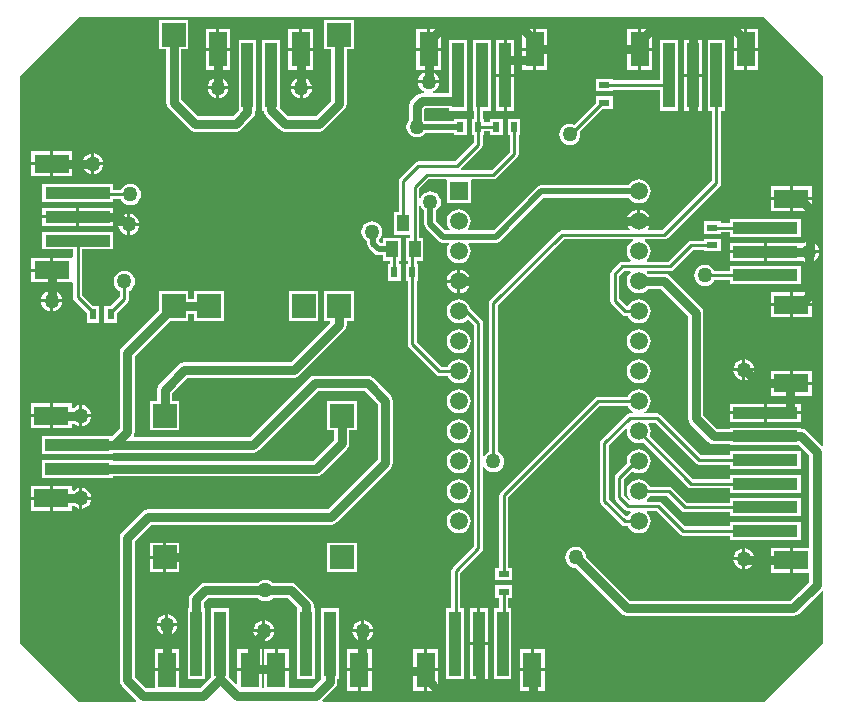
<source format=gtl>
G04*
G04 #@! TF.GenerationSoftware,Altium Limited,Altium Designer,19.0.9 (268)*
G04*
G04 Layer_Physical_Order=1*
G04 Layer_Color=255*
%FSLAX25Y25*%
%MOIN*%
G70*
G01*
G75*
%ADD13C,0.01000*%
%ADD25R,0.03937X0.05512*%
%ADD26R,0.11811X0.06299*%
%ADD27R,0.21654X0.03937*%
%ADD28R,0.06299X0.11811*%
%ADD29R,0.03937X0.21654*%
%ADD30R,0.02165X0.03543*%
%ADD31R,0.03543X0.02165*%
%ADD32C,0.02000*%
%ADD33C,0.03000*%
%ADD34C,0.05906*%
%ADD35R,0.05906X0.05906*%
%ADD36R,0.07874X0.07874*%
%ADD37C,0.05000*%
G36*
X247780Y230660D02*
Y230650D01*
X267450Y210980D01*
Y87694D01*
X266950Y87569D01*
X261906Y92613D01*
X261079Y93166D01*
X260103Y93360D01*
X259996D01*
Y93779D01*
X236343D01*
Y93360D01*
X232056D01*
X227549Y97867D01*
Y132000D01*
X227355Y132975D01*
X226802Y133802D01*
X216302Y144302D01*
X215476Y144855D01*
X214500Y145049D01*
X209026D01*
X208819Y145319D01*
X208622Y145471D01*
X208791Y145971D01*
X216500D01*
X217085Y146087D01*
X217581Y146419D01*
X224181Y153018D01*
X227728D01*
Y152465D01*
X233272D01*
Y156630D01*
X227728D01*
Y156077D01*
X223547D01*
X222962Y155960D01*
X222466Y155629D01*
X215866Y149029D01*
X208791D01*
X208622Y149529D01*
X208819Y149681D01*
X209453Y150507D01*
X209851Y151468D01*
X209987Y152500D01*
X209851Y153532D01*
X209453Y154493D01*
X208819Y155319D01*
X207993Y155953D01*
X207950Y155971D01*
X208050Y156471D01*
X214500D01*
X215085Y156587D01*
X215581Y156919D01*
X232956Y174293D01*
X233287Y174789D01*
X233403Y175374D01*
Y199343D01*
X234842D01*
Y222996D01*
X228906D01*
Y199343D01*
X230345D01*
Y176007D01*
X213866Y159529D01*
X209333D01*
X209087Y160029D01*
X209453Y160507D01*
X209851Y161468D01*
X209921Y162000D01*
X206000D01*
X202079D01*
X202149Y161468D01*
X202547Y160507D01*
X202913Y160029D01*
X202667Y159529D01*
X180374D01*
X179789Y159413D01*
X179293Y159081D01*
X156466Y136255D01*
X156134Y135758D01*
X156018Y135173D01*
Y85655D01*
X155782Y85557D01*
X155051Y84996D01*
X154529Y84316D01*
X154355Y84321D01*
X154029Y84458D01*
Y128500D01*
X153913Y129085D01*
X153581Y129581D01*
X149884Y133279D01*
X149851Y133532D01*
X149453Y134493D01*
X148819Y135319D01*
X147993Y135953D01*
X147032Y136351D01*
X146000Y136487D01*
X144968Y136351D01*
X144007Y135953D01*
X143181Y135319D01*
X142547Y134493D01*
X142149Y133532D01*
X142013Y132500D01*
X142149Y131468D01*
X142547Y130507D01*
X143181Y129681D01*
X144007Y129047D01*
X144968Y128649D01*
X146000Y128513D01*
X147032Y128649D01*
X147993Y129047D01*
X148819Y129681D01*
X149135Y129702D01*
X150971Y127866D01*
Y54133D01*
X143919Y47081D01*
X143587Y46585D01*
X143471Y46000D01*
Y33488D01*
X141874D01*
Y9835D01*
X147811D01*
Y33488D01*
X146529D01*
Y45366D01*
X153581Y52419D01*
X153913Y52915D01*
X154029Y53500D01*
Y80542D01*
X154355Y80678D01*
X154529Y80684D01*
X155051Y80004D01*
X155782Y79443D01*
X156634Y79090D01*
X157547Y78970D01*
X158461Y79090D01*
X159312Y79443D01*
X160044Y80004D01*
X160605Y80735D01*
X160957Y81586D01*
X161077Y82500D01*
X160957Y83414D01*
X160605Y84265D01*
X160044Y84996D01*
X159312Y85557D01*
X159077Y85655D01*
Y134540D01*
X181008Y156471D01*
X203950D01*
X204050Y155971D01*
X204007Y155953D01*
X203181Y155319D01*
X202547Y154493D01*
X202149Y153532D01*
X202013Y152500D01*
X202149Y151468D01*
X202547Y150507D01*
X203181Y149681D01*
X203378Y149529D01*
X203208Y149029D01*
X200500D01*
X199915Y148913D01*
X199419Y148581D01*
X196919Y146081D01*
X196587Y145585D01*
X196471Y145000D01*
Y136047D01*
X196587Y135462D01*
X196919Y134966D01*
X200466Y131419D01*
X200962Y131087D01*
X201547Y130971D01*
X202355D01*
X202547Y130507D01*
X203181Y129681D01*
X204007Y129047D01*
X204968Y128649D01*
X206000Y128513D01*
X207032Y128649D01*
X207993Y129047D01*
X208819Y129681D01*
X209453Y130507D01*
X209851Y131468D01*
X209987Y132500D01*
X209851Y133532D01*
X209453Y134493D01*
X208819Y135319D01*
X207993Y135953D01*
X207032Y136351D01*
X206000Y136487D01*
X204968Y136351D01*
X204007Y135953D01*
X203181Y135319D01*
X202547Y134493D01*
X202511Y134406D01*
X201921Y134289D01*
X199529Y136681D01*
Y144367D01*
X201133Y145971D01*
X203208D01*
X203378Y145471D01*
X203181Y145319D01*
X202547Y144493D01*
X202149Y143532D01*
X202013Y142500D01*
X202149Y141468D01*
X202547Y140507D01*
X203181Y139681D01*
X204007Y139047D01*
X204968Y138649D01*
X206000Y138513D01*
X207032Y138649D01*
X207993Y139047D01*
X208819Y139681D01*
X209026Y139951D01*
X213444D01*
X222451Y130944D01*
Y96811D01*
X222645Y95836D01*
X223198Y95009D01*
X229198Y89009D01*
X230025Y88456D01*
X231000Y88262D01*
X236343D01*
Y87843D01*
X259467D01*
X262687Y84622D01*
Y53622D01*
X257331D01*
Y49472D01*
Y45323D01*
X262687D01*
Y42292D01*
X256444Y36049D01*
X203056D01*
X188519Y50586D01*
X188410Y51414D01*
X188057Y52265D01*
X187496Y52996D01*
X186765Y53557D01*
X185914Y53910D01*
X185000Y54030D01*
X184086Y53910D01*
X183235Y53557D01*
X182504Y52996D01*
X181943Y52265D01*
X181590Y51414D01*
X181470Y50500D01*
X181590Y49586D01*
X181943Y48735D01*
X182504Y48004D01*
X183235Y47443D01*
X184086Y47090D01*
X184914Y46981D01*
X200198Y31698D01*
X201025Y31145D01*
X202000Y30951D01*
X257500D01*
X258475Y31145D01*
X259302Y31698D01*
X266950Y39345D01*
X267450Y39220D01*
Y22020D01*
X247770Y2340D01*
X100652D01*
X100445Y2840D01*
X104739Y7135D01*
X105292Y7962D01*
X105486Y8937D01*
Y9835D01*
X105905D01*
Y33488D01*
X99968D01*
Y9835D01*
X99968Y9835D01*
X99968D01*
X99795Y9399D01*
X97208Y6813D01*
X89370D01*
Y12500D01*
X85220D01*
X81071D01*
Y6813D01*
X80429D01*
Y12500D01*
X76279D01*
X72130D01*
Y8588D01*
X71668Y8397D01*
X69406Y10659D01*
Y33488D01*
X63468D01*
Y10659D01*
X59622Y6813D01*
X52870D01*
Y12500D01*
X48720D01*
X44571D01*
Y6813D01*
X41792D01*
X38049Y10556D01*
Y55944D01*
X43556Y61451D01*
X103500D01*
X104475Y61645D01*
X105302Y62198D01*
X123302Y80198D01*
X123855Y81024D01*
X124049Y82000D01*
Y102736D01*
X123855Y103712D01*
X123302Y104539D01*
X117539Y110302D01*
X116712Y110855D01*
X115736Y111049D01*
X98000D01*
X97025Y110855D01*
X96198Y110302D01*
X76444Y90549D01*
X37881D01*
X37645Y90990D01*
X37855Y91304D01*
X38049Y92279D01*
Y117728D01*
X49609Y129287D01*
X55878D01*
Y131675D01*
X57815D01*
Y129287D01*
X67689D01*
Y139161D01*
X57815D01*
Y136773D01*
X55878D01*
Y139161D01*
X46004D01*
Y132892D01*
X33698Y120586D01*
X33145Y119759D01*
X32951Y118783D01*
Y93335D01*
X30521Y90905D01*
X7004D01*
Y84969D01*
X30658D01*
Y85451D01*
X77500D01*
X78475Y85645D01*
X79302Y86198D01*
X99056Y105951D01*
X114680D01*
X118951Y101680D01*
Y83056D01*
X102444Y66549D01*
X42500D01*
X41524Y66355D01*
X40698Y65802D01*
X33698Y58802D01*
X33145Y57976D01*
X32951Y57000D01*
Y9500D01*
X33145Y8525D01*
X33698Y7698D01*
X38555Y2840D01*
X38348Y2340D01*
X19430D01*
Y2350D01*
X-240Y22020D01*
Y210990D01*
X19440Y230670D01*
X247780Y230660D01*
D02*
G37*
%LPC*%
G36*
X245866Y226736D02*
X242216D01*
Y220331D01*
X245866D01*
Y226736D01*
D02*
G37*
G36*
X241216D02*
X237567D01*
Y220331D01*
X241216D01*
Y226736D01*
D02*
G37*
G36*
X210433D02*
X206784D01*
Y220331D01*
X210433D01*
Y226736D01*
D02*
G37*
G36*
X205784D02*
X202134D01*
Y220331D01*
X205784D01*
Y226736D01*
D02*
G37*
G36*
X175492D02*
X171843D01*
Y220331D01*
X175492D01*
Y226736D01*
D02*
G37*
G36*
X170843D02*
X167193D01*
Y220331D01*
X170843D01*
Y226736D01*
D02*
G37*
G36*
X140059D02*
X136409D01*
Y220331D01*
X140059D01*
Y226736D01*
D02*
G37*
G36*
X135409D02*
X131760D01*
Y220331D01*
X135409D01*
Y226736D01*
D02*
G37*
G36*
X97429D02*
X93779D01*
Y220331D01*
X97429D01*
Y226736D01*
D02*
G37*
G36*
X92779D02*
X89130D01*
Y220331D01*
X92779D01*
Y226736D01*
D02*
G37*
G36*
X69870D02*
X66220D01*
Y220331D01*
X69870D01*
Y226736D01*
D02*
G37*
G36*
X65220D02*
X61571D01*
Y220331D01*
X65220D01*
Y226736D01*
D02*
G37*
G36*
X245866Y219331D02*
X242216D01*
Y212925D01*
X245866D01*
Y219331D01*
D02*
G37*
G36*
X241216D02*
X237567D01*
Y212925D01*
X241216D01*
Y219331D01*
D02*
G37*
G36*
X210433D02*
X206784D01*
Y212925D01*
X210433D01*
Y219331D01*
D02*
G37*
G36*
X205784D02*
X202134D01*
Y212925D01*
X205784D01*
Y219331D01*
D02*
G37*
G36*
X175492D02*
X171843D01*
Y212925D01*
X175492D01*
Y219331D01*
D02*
G37*
G36*
X170843D02*
X167193D01*
Y212925D01*
X170843D01*
Y219331D01*
D02*
G37*
G36*
X97429D02*
X93779D01*
Y212925D01*
X97429D01*
Y219331D01*
D02*
G37*
G36*
X92779D02*
X89130D01*
Y212925D01*
X92779D01*
Y219331D01*
D02*
G37*
G36*
X69870D02*
X66220D01*
Y212925D01*
X69870D01*
Y219331D01*
D02*
G37*
G36*
X65220D02*
X61571D01*
Y212925D01*
X65220D01*
Y219331D01*
D02*
G37*
G36*
X226969Y222996D02*
X224500D01*
Y211669D01*
X226969D01*
Y222996D01*
D02*
G37*
G36*
X223500D02*
X221031D01*
Y211669D01*
X223500D01*
Y222996D01*
D02*
G37*
G36*
X164469D02*
X162000D01*
Y211669D01*
X164469D01*
Y222996D01*
D02*
G37*
G36*
X161000D02*
X158531D01*
Y211669D01*
X161000D01*
Y222996D01*
D02*
G37*
G36*
X140059Y219331D02*
X131760D01*
Y212925D01*
X135079D01*
X135112Y212425D01*
X134996Y212410D01*
X134144Y212057D01*
X133413Y211496D01*
X132852Y210765D01*
X132500Y209914D01*
X132445Y209500D01*
X139374D01*
X139319Y209914D01*
X138967Y210765D01*
X138406Y211496D01*
X137674Y212057D01*
X136823Y212410D01*
X136707Y212425D01*
X136740Y212925D01*
X140059D01*
Y219331D01*
D02*
G37*
G36*
X219094Y222996D02*
X213158D01*
Y209482D01*
X197272D01*
Y210035D01*
X191728D01*
Y205870D01*
X197272D01*
Y206423D01*
X213158D01*
Y199343D01*
X219094D01*
Y222996D01*
D02*
G37*
G36*
X94000Y210464D02*
Y207500D01*
X96964D01*
X96910Y207914D01*
X96557Y208765D01*
X95996Y209496D01*
X95265Y210057D01*
X94414Y210410D01*
X94000Y210464D01*
D02*
G37*
G36*
X93000D02*
X92586Y210410D01*
X91735Y210057D01*
X91004Y209496D01*
X90443Y208765D01*
X90090Y207914D01*
X90036Y207500D01*
X93000D01*
Y210464D01*
D02*
G37*
G36*
X66220D02*
Y207500D01*
X69185D01*
X69130Y207914D01*
X68778Y208765D01*
X68217Y209496D01*
X67486Y210057D01*
X66634Y210410D01*
X66220Y210464D01*
D02*
G37*
G36*
X65220D02*
X64807Y210410D01*
X63955Y210057D01*
X63224Y209496D01*
X62663Y208765D01*
X62311Y207914D01*
X62256Y207500D01*
X65220D01*
Y210464D01*
D02*
G37*
G36*
X148721Y222996D02*
X142783D01*
Y205306D01*
X137445D01*
X137345Y205806D01*
X137674Y205943D01*
X138406Y206504D01*
X138967Y207235D01*
X139319Y208086D01*
X139374Y208500D01*
X132445D01*
X132500Y208086D01*
X132852Y207235D01*
X133413Y206504D01*
X134144Y205943D01*
X134474Y205806D01*
X134374Y205306D01*
X133757D01*
X132782Y205112D01*
X131955Y204560D01*
X130198Y202802D01*
X129645Y201975D01*
X129451Y201000D01*
Y196428D01*
X128943Y195765D01*
X128590Y194914D01*
X128470Y194000D01*
X128590Y193086D01*
X128943Y192235D01*
X129504Y191504D01*
X130235Y190943D01*
X131086Y190590D01*
X132000Y190470D01*
X132914Y190590D01*
X133765Y190943D01*
X134496Y191504D01*
X134847Y191961D01*
X144465D01*
Y191228D01*
X148630D01*
Y196772D01*
X144465D01*
Y196039D01*
X134847D01*
X134549Y196428D01*
Y199944D01*
X134813Y200208D01*
X142783D01*
Y199343D01*
X148721D01*
Y222996D01*
D02*
G37*
G36*
X96964Y206500D02*
X94000D01*
Y203536D01*
X94414Y203590D01*
X95265Y203943D01*
X95996Y204504D01*
X96557Y205235D01*
X96910Y206086D01*
X96964Y206500D01*
D02*
G37*
G36*
X93000D02*
X90036D01*
X90090Y206086D01*
X90443Y205235D01*
X91004Y204504D01*
X91735Y203943D01*
X92586Y203590D01*
X93000Y203536D01*
Y206500D01*
D02*
G37*
G36*
X69185D02*
X66220D01*
Y203536D01*
X66634Y203590D01*
X67486Y203943D01*
X68217Y204504D01*
X68778Y205235D01*
X69130Y206086D01*
X69185Y206500D01*
D02*
G37*
G36*
X65220D02*
X62256D01*
X62311Y206086D01*
X62663Y205235D01*
X63224Y204504D01*
X63955Y203943D01*
X64807Y203590D01*
X65220Y203536D01*
Y206500D01*
D02*
G37*
G36*
X226969Y210669D02*
X224500D01*
Y199343D01*
X226969D01*
Y210669D01*
D02*
G37*
G36*
X223500D02*
X221031D01*
Y199343D01*
X223500D01*
Y210669D01*
D02*
G37*
G36*
X164469D02*
X162000D01*
Y199343D01*
X164469D01*
Y210669D01*
D02*
G37*
G36*
X161000D02*
X158531D01*
Y199343D01*
X161000D01*
Y210669D01*
D02*
G37*
G36*
X110996Y229713D02*
X101122D01*
Y219839D01*
X103510D01*
Y202764D01*
X98295Y197549D01*
X89056D01*
X86405Y200199D01*
Y222996D01*
X80468D01*
Y199343D01*
X80932D01*
X81082Y198588D01*
X81635Y197761D01*
X86198Y193198D01*
X87024Y192645D01*
X88000Y192451D01*
X99351D01*
X100327Y192645D01*
X101154Y193198D01*
X107861Y199905D01*
X108414Y200732D01*
X108608Y201708D01*
Y219839D01*
X110996D01*
Y229713D01*
D02*
G37*
G36*
X197272Y204130D02*
X191728D01*
Y202127D01*
X184336Y194735D01*
X183914Y194910D01*
X183000Y195030D01*
X182086Y194910D01*
X181235Y194557D01*
X180504Y193996D01*
X179943Y193265D01*
X179590Y192414D01*
X179470Y191500D01*
X179590Y190586D01*
X179943Y189735D01*
X180504Y189004D01*
X181235Y188443D01*
X182086Y188090D01*
X183000Y187970D01*
X183914Y188090D01*
X184765Y188443D01*
X185496Y189004D01*
X186057Y189735D01*
X186410Y190586D01*
X186530Y191500D01*
X186410Y192414D01*
X186390Y192463D01*
X193891Y199965D01*
X197272D01*
Y204130D01*
D02*
G37*
G36*
X55878Y229713D02*
X46004D01*
Y219839D01*
X48392D01*
Y202106D01*
X48586Y201131D01*
X49139Y200304D01*
X56245Y193198D01*
X57072Y192645D01*
X58047Y192451D01*
X71720D01*
X72696Y192645D01*
X73523Y193198D01*
X77365Y197040D01*
X77918Y197867D01*
X78112Y198843D01*
Y199343D01*
X78531D01*
Y222996D01*
X72594D01*
Y199479D01*
X70665Y197549D01*
X59103D01*
X53490Y203162D01*
Y219839D01*
X55878D01*
Y229713D01*
D02*
G37*
G36*
X24500Y185181D02*
Y182217D01*
X27464D01*
X27410Y182630D01*
X27057Y183482D01*
X26496Y184213D01*
X25765Y184774D01*
X24914Y185126D01*
X24500Y185181D01*
D02*
G37*
G36*
X23500D02*
X23086Y185126D01*
X22235Y184774D01*
X21504Y184213D01*
X20943Y183482D01*
X20590Y182630D01*
X20536Y182217D01*
X23500D01*
Y185181D01*
D02*
G37*
G36*
X17194Y185866D02*
X10789D01*
Y182217D01*
X17194D01*
Y185866D01*
D02*
G37*
G36*
X9788D02*
X3383D01*
Y182217D01*
X9788D01*
Y185866D01*
D02*
G37*
G36*
X27464Y181217D02*
X24500D01*
Y178252D01*
X24914Y178307D01*
X25765Y178659D01*
X26496Y179220D01*
X27057Y179951D01*
X27410Y180803D01*
X27464Y181217D01*
D02*
G37*
G36*
X23500D02*
X20536D01*
X20590Y180803D01*
X20943Y179951D01*
X21504Y179220D01*
X22235Y178659D01*
X23086Y178307D01*
X23500Y178252D01*
Y181217D01*
D02*
G37*
G36*
X17194Y181217D02*
X10789D01*
Y177567D01*
X17194D01*
Y181217D01*
D02*
G37*
G36*
X9788D02*
X3383D01*
Y177567D01*
X9788D01*
Y181217D01*
D02*
G37*
G36*
X36500Y175030D02*
X35586Y174910D01*
X34735Y174557D01*
X34004Y173996D01*
X33443Y173265D01*
X33345Y173029D01*
X30777D01*
Y174843D01*
X7123D01*
Y168905D01*
X30777D01*
Y169971D01*
X33345D01*
X33443Y169735D01*
X34004Y169004D01*
X34735Y168443D01*
X35586Y168090D01*
X36500Y167970D01*
X37414Y168090D01*
X38265Y168443D01*
X38996Y169004D01*
X39557Y169735D01*
X39910Y170586D01*
X40030Y171500D01*
X39910Y172414D01*
X39557Y173265D01*
X38996Y173996D01*
X38265Y174557D01*
X37414Y174910D01*
X36500Y175030D01*
D02*
G37*
G36*
X263736Y174240D02*
X257331D01*
Y170591D01*
X263736D01*
Y174240D01*
D02*
G37*
G36*
X256331D02*
X249925D01*
Y170591D01*
X256331D01*
Y174240D01*
D02*
G37*
G36*
X156595Y222996D02*
X150657D01*
Y199343D01*
X150923D01*
Y196772D01*
X150370D01*
Y191228D01*
X150923D01*
Y188586D01*
X144867Y182529D01*
X132500D01*
X131915Y182413D01*
X131419Y182081D01*
X126419Y177081D01*
X126087Y176585D01*
X125971Y176000D01*
Y165587D01*
X124531D01*
Y158075D01*
X129711D01*
Y156925D01*
X128272D01*
Y149413D01*
X128923D01*
Y148272D01*
X128370D01*
Y142728D01*
X128923D01*
Y121547D01*
X129040Y120962D01*
X129371Y120466D01*
X138419Y111419D01*
X138915Y111087D01*
X139500Y110971D01*
X142355D01*
X142547Y110507D01*
X143181Y109681D01*
X144007Y109047D01*
X144968Y108649D01*
X146000Y108513D01*
X147032Y108649D01*
X147993Y109047D01*
X148819Y109681D01*
X149453Y110507D01*
X149851Y111468D01*
X149987Y112500D01*
X149851Y113532D01*
X149453Y114493D01*
X148819Y115319D01*
X147993Y115953D01*
X147032Y116351D01*
X146000Y116487D01*
X144968Y116351D01*
X144007Y115953D01*
X143181Y115319D01*
X142547Y114493D01*
X142355Y114029D01*
X140134D01*
X131982Y122181D01*
Y142728D01*
X132535D01*
Y148272D01*
X131982D01*
Y149413D01*
X134209D01*
Y156925D01*
X132770D01*
Y167554D01*
X133270Y167653D01*
X133443Y167235D01*
X134004Y166504D01*
X134461Y166153D01*
Y161594D01*
X134616Y160814D01*
X135058Y160153D01*
X139200Y156011D01*
X139861Y155569D01*
X140642Y155414D01*
X140642Y155414D01*
X142623D01*
X142870Y154914D01*
X142547Y154493D01*
X142149Y153532D01*
X142013Y152500D01*
X142149Y151468D01*
X142547Y150507D01*
X143181Y149681D01*
X144007Y149047D01*
X144968Y148649D01*
X146000Y148513D01*
X147032Y148649D01*
X147993Y149047D01*
X148819Y149681D01*
X149453Y150507D01*
X149851Y151468D01*
X149987Y152500D01*
X149851Y153532D01*
X149453Y154493D01*
X149130Y154914D01*
X149377Y155414D01*
X158453D01*
X159233Y155569D01*
X159895Y156011D01*
X174345Y170461D01*
X202582D01*
X203181Y169681D01*
X204007Y169047D01*
X204968Y168649D01*
X206000Y168513D01*
X207032Y168649D01*
X207993Y169047D01*
X208819Y169681D01*
X209453Y170507D01*
X209851Y171468D01*
X209987Y172500D01*
X209851Y173532D01*
X209453Y174493D01*
X208819Y175319D01*
X207993Y175953D01*
X207032Y176351D01*
X206000Y176487D01*
X204968Y176351D01*
X204007Y175953D01*
X203181Y175319D01*
X202582Y174539D01*
X173500D01*
X172720Y174384D01*
X172058Y173942D01*
X157608Y159492D01*
X149304D01*
X149058Y159992D01*
X149453Y160507D01*
X149851Y161468D01*
X149987Y162500D01*
X149851Y163532D01*
X149453Y164493D01*
X148819Y165319D01*
X147993Y165953D01*
X147032Y166351D01*
X146000Y166487D01*
X144968Y166351D01*
X144007Y165953D01*
X143181Y165319D01*
X142547Y164493D01*
X142149Y163532D01*
X142013Y162500D01*
X142149Y161468D01*
X142547Y160507D01*
X142942Y159992D01*
X142696Y159492D01*
X141486D01*
X138539Y162439D01*
Y166153D01*
X138996Y166504D01*
X139557Y167235D01*
X139910Y168086D01*
X140030Y169000D01*
X139910Y169914D01*
X139557Y170765D01*
X138996Y171496D01*
X138265Y172057D01*
X137414Y172410D01*
X136500Y172530D01*
X135586Y172410D01*
X134735Y172057D01*
X134004Y171496D01*
X133443Y170765D01*
X133270Y170347D01*
X132770Y170446D01*
Y173366D01*
X135874Y176471D01*
X141555D01*
X142047Y176453D01*
X142047Y175971D01*
Y168547D01*
X149953D01*
X149953Y176453D01*
X150445Y176471D01*
X157547D01*
X158133Y176587D01*
X158629Y176919D01*
X165534Y183824D01*
X165866Y184320D01*
X165982Y184906D01*
Y191228D01*
X166535D01*
Y196772D01*
X162370D01*
Y191228D01*
X162923D01*
Y185539D01*
X156914Y179529D01*
X146877D01*
X146829Y179592D01*
X146692Y180029D01*
X153534Y186871D01*
X153866Y187367D01*
X153982Y187953D01*
Y191228D01*
X154535D01*
Y192471D01*
X156465D01*
Y191228D01*
X160630D01*
Y196772D01*
X156465D01*
Y195529D01*
X154535D01*
Y196772D01*
X153982D01*
Y199343D01*
X156595D01*
Y222996D01*
D02*
G37*
G36*
X263736Y169591D02*
X257331D01*
Y165941D01*
X263736D01*
Y169591D01*
D02*
G37*
G36*
X256331D02*
X249925D01*
Y165941D01*
X256331D01*
Y169591D01*
D02*
G37*
G36*
X30777Y166969D02*
X19450D01*
Y164500D01*
X30777D01*
Y166969D01*
D02*
G37*
G36*
X18450D02*
X7123D01*
Y164500D01*
X18450D01*
Y166969D01*
D02*
G37*
G36*
X206500Y166421D02*
Y163000D01*
X209921D01*
X209851Y163532D01*
X209453Y164493D01*
X208819Y165319D01*
X207993Y165953D01*
X207032Y166351D01*
X206500Y166421D01*
D02*
G37*
G36*
X205500D02*
X204968Y166351D01*
X204007Y165953D01*
X203181Y165319D01*
X202547Y164493D01*
X202149Y163532D01*
X202079Y163000D01*
X205500D01*
Y166421D01*
D02*
G37*
G36*
X36500Y164964D02*
Y162000D01*
X39464D01*
X39410Y162414D01*
X39057Y163265D01*
X38496Y163996D01*
X37765Y164557D01*
X36914Y164910D01*
X36500Y164964D01*
D02*
G37*
G36*
X35500D02*
X35086Y164910D01*
X34235Y164557D01*
X33504Y163996D01*
X32943Y163265D01*
X32590Y162414D01*
X32536Y162000D01*
X35500D01*
Y164964D01*
D02*
G37*
G36*
X259996Y163216D02*
X236343D01*
Y161982D01*
X233272D01*
Y162535D01*
X227728D01*
Y158370D01*
X233272D01*
Y158923D01*
X236343D01*
Y157280D01*
X259996D01*
Y163216D01*
D02*
G37*
G36*
X30777Y163500D02*
X19450D01*
Y161031D01*
X30777D01*
Y163500D01*
D02*
G37*
G36*
X18450D02*
X7123D01*
Y161031D01*
X18450D01*
Y163500D01*
D02*
G37*
G36*
X39464Y161000D02*
X36500D01*
Y158036D01*
X36914Y158090D01*
X37765Y158443D01*
X38496Y159004D01*
X39057Y159735D01*
X39410Y160586D01*
X39464Y161000D01*
D02*
G37*
G36*
X35500D02*
X32536D01*
X32590Y160586D01*
X32943Y159735D01*
X33504Y159004D01*
X34235Y158443D01*
X35086Y158090D01*
X35500Y158036D01*
Y161000D01*
D02*
G37*
G36*
X262126Y155838D02*
X261712Y155784D01*
X260861Y155431D01*
X260496Y155151D01*
X259996Y155342D01*
Y155342D01*
X248669D01*
Y152374D01*
Y149406D01*
X259996D01*
Y149406D01*
X260496Y149597D01*
X260861Y149317D01*
X261712Y148964D01*
X262126Y148910D01*
Y152374D01*
Y155838D01*
D02*
G37*
G36*
X247669Y155342D02*
X236343D01*
Y152874D01*
X247669D01*
Y155342D01*
D02*
G37*
G36*
X263126Y155838D02*
Y152874D01*
X266090D01*
X266036Y153288D01*
X265683Y154139D01*
X265122Y154870D01*
X264391Y155431D01*
X263540Y155784D01*
X263126Y155838D01*
D02*
G37*
G36*
X247669Y151874D02*
X236343D01*
Y149406D01*
X247669D01*
Y151874D01*
D02*
G37*
G36*
X266090Y151874D02*
X263126D01*
Y148910D01*
X263540Y148964D01*
X264391Y149317D01*
X265122Y149878D01*
X265683Y150609D01*
X266036Y151460D01*
X266090Y151874D01*
D02*
G37*
G36*
X9789Y150433D02*
X3383D01*
Y146783D01*
X9789D01*
Y150433D01*
D02*
G37*
G36*
X146500Y146421D02*
Y143000D01*
X149921D01*
X149851Y143532D01*
X149453Y144493D01*
X148819Y145319D01*
X147993Y145953D01*
X147032Y146351D01*
X146500Y146421D01*
D02*
G37*
G36*
X145500D02*
X144968Y146351D01*
X144007Y145953D01*
X143181Y145319D01*
X142547Y144493D01*
X142149Y143532D01*
X142079Y143000D01*
X145500D01*
Y146421D01*
D02*
G37*
G36*
X117000Y162530D02*
X116086Y162410D01*
X115235Y162057D01*
X114504Y161496D01*
X113943Y160765D01*
X113590Y159914D01*
X113470Y159000D01*
X113590Y158086D01*
X113943Y157235D01*
X114504Y156504D01*
X115235Y155943D01*
X115461Y155849D01*
Y155000D01*
X115616Y154220D01*
X116058Y153558D01*
X117889Y151727D01*
X117889Y151727D01*
X118550Y151285D01*
X119331Y151130D01*
X120791D01*
Y149413D01*
X123018D01*
Y148272D01*
X122465D01*
Y142728D01*
X126630D01*
Y148272D01*
X126077D01*
Y149413D01*
X126728D01*
Y156925D01*
X120791D01*
Y155209D01*
X120175D01*
X119539Y155845D01*
Y156560D01*
X120057Y157235D01*
X120410Y158086D01*
X120530Y159000D01*
X120410Y159914D01*
X120057Y160765D01*
X119496Y161496D01*
X118765Y162057D01*
X117914Y162410D01*
X117000Y162530D01*
D02*
G37*
G36*
X9789Y145783D02*
X3383D01*
Y142134D01*
X9789D01*
Y145783D01*
D02*
G37*
G36*
X228000Y148030D02*
X227086Y147910D01*
X226235Y147557D01*
X225504Y146996D01*
X224943Y146265D01*
X224590Y145414D01*
X224470Y144500D01*
X224590Y143586D01*
X224943Y142735D01*
X225504Y142004D01*
X226235Y141443D01*
X227086Y141090D01*
X228000Y140970D01*
X228914Y141090D01*
X229765Y141443D01*
X230496Y142004D01*
X231057Y142735D01*
X231155Y142971D01*
X236343D01*
Y141532D01*
X259996D01*
Y147468D01*
X236343D01*
Y146029D01*
X231155D01*
X231057Y146265D01*
X230496Y146996D01*
X229765Y147557D01*
X228914Y147910D01*
X228000Y148030D01*
D02*
G37*
G36*
X149921Y142000D02*
X146500D01*
Y138579D01*
X147032Y138649D01*
X147993Y139047D01*
X148819Y139681D01*
X149453Y140507D01*
X149851Y141468D01*
X149921Y142000D01*
D02*
G37*
G36*
X145500D02*
X142079D01*
X142149Y141468D01*
X142547Y140507D01*
X143181Y139681D01*
X144007Y139047D01*
X144968Y138649D01*
X145500Y138579D01*
Y142000D01*
D02*
G37*
G36*
X10789Y139464D02*
Y136500D01*
X13753D01*
X13699Y136914D01*
X13346Y137765D01*
X12785Y138496D01*
X12054Y139057D01*
X11202Y139410D01*
X10789Y139464D01*
D02*
G37*
G36*
X9789D02*
X9375Y139410D01*
X8523Y139057D01*
X7792Y138496D01*
X7231Y137765D01*
X6879Y136914D01*
X6824Y136500D01*
X9789D01*
Y139464D01*
D02*
G37*
G36*
X263736Y138807D02*
X257331D01*
Y135157D01*
X263736D01*
Y138807D01*
D02*
G37*
G36*
X256331D02*
X249925D01*
Y135157D01*
X256331D01*
Y138807D01*
D02*
G37*
G36*
X13753Y135500D02*
X10789D01*
Y132536D01*
X11202Y132590D01*
X12054Y132943D01*
X12785Y133504D01*
X13346Y134235D01*
X13699Y135086D01*
X13753Y135500D01*
D02*
G37*
G36*
X9789D02*
X6824D01*
X6879Y135086D01*
X7231Y134235D01*
X7792Y133504D01*
X8523Y132943D01*
X9375Y132590D01*
X9789Y132536D01*
Y135500D01*
D02*
G37*
G36*
X263736Y134157D02*
X257331D01*
Y130508D01*
X263736D01*
Y134157D01*
D02*
G37*
G36*
X256331D02*
X249925D01*
Y130508D01*
X256331D01*
Y134157D01*
D02*
G37*
G36*
X99185Y139161D02*
X89311D01*
Y129287D01*
X99185D01*
Y139161D01*
D02*
G37*
G36*
X34500Y146030D02*
X33586Y145910D01*
X32735Y145557D01*
X32004Y144996D01*
X31443Y144265D01*
X31090Y143414D01*
X30970Y142500D01*
X31090Y141586D01*
X31443Y140735D01*
X32004Y140004D01*
X32735Y139443D01*
X32971Y139345D01*
Y137370D01*
X29873Y134272D01*
X27870D01*
Y128728D01*
X32035D01*
Y132109D01*
X35581Y135655D01*
X35913Y136151D01*
X36029Y136736D01*
Y139345D01*
X36265Y139443D01*
X36996Y140004D01*
X37557Y140735D01*
X37910Y141586D01*
X38030Y142500D01*
X37910Y143414D01*
X37557Y144265D01*
X36996Y144996D01*
X36265Y145557D01*
X35414Y145910D01*
X34500Y146030D01*
D02*
G37*
G36*
X30777Y159095D02*
X7123D01*
Y153157D01*
X17421D01*
Y150839D01*
X17194Y150433D01*
X16921Y150433D01*
X10789D01*
Y146283D01*
Y142134D01*
X16921D01*
X17194Y142134D01*
X17421Y141728D01*
Y137286D01*
X17537Y136701D01*
X17869Y136205D01*
X21965Y132109D01*
Y128728D01*
X26130D01*
Y134272D01*
X24127D01*
X20479Y137920D01*
Y153157D01*
X30777D01*
Y159095D01*
D02*
G37*
G36*
X206000Y126487D02*
X204968Y126351D01*
X204007Y125953D01*
X203181Y125319D01*
X202547Y124493D01*
X202149Y123532D01*
X202013Y122500D01*
X202149Y121468D01*
X202547Y120507D01*
X203181Y119681D01*
X204007Y119047D01*
X204968Y118649D01*
X206000Y118513D01*
X207032Y118649D01*
X207993Y119047D01*
X208819Y119681D01*
X209453Y120507D01*
X209851Y121468D01*
X209987Y122500D01*
X209851Y123532D01*
X209453Y124493D01*
X208819Y125319D01*
X207993Y125953D01*
X207032Y126351D01*
X206000Y126487D01*
D02*
G37*
G36*
X146000D02*
X144968Y126351D01*
X144007Y125953D01*
X143181Y125319D01*
X142547Y124493D01*
X142149Y123532D01*
X142013Y122500D01*
X142149Y121468D01*
X142547Y120507D01*
X143181Y119681D01*
X144007Y119047D01*
X144968Y118649D01*
X146000Y118513D01*
X147032Y118649D01*
X147993Y119047D01*
X148819Y119681D01*
X149453Y120507D01*
X149851Y121468D01*
X149987Y122500D01*
X149851Y123532D01*
X149453Y124493D01*
X148819Y125319D01*
X147993Y125953D01*
X147032Y126351D01*
X146000Y126487D01*
D02*
G37*
G36*
X241500Y116464D02*
Y113500D01*
X244464D01*
X244410Y113914D01*
X244057Y114765D01*
X243496Y115496D01*
X242765Y116057D01*
X241914Y116410D01*
X241500Y116464D01*
D02*
G37*
G36*
X240500D02*
X240086Y116410D01*
X239235Y116057D01*
X238504Y115496D01*
X237943Y114765D01*
X237590Y113914D01*
X237536Y113500D01*
X240500D01*
Y116464D01*
D02*
G37*
G36*
X244464Y112500D02*
X241500D01*
Y109536D01*
X241914Y109590D01*
X242765Y109943D01*
X243496Y110504D01*
X244057Y111235D01*
X244410Y112086D01*
X244464Y112500D01*
D02*
G37*
G36*
X240500D02*
X237536D01*
X237590Y112086D01*
X237943Y111235D01*
X238504Y110504D01*
X239235Y109943D01*
X240086Y109590D01*
X240500Y109536D01*
Y112500D01*
D02*
G37*
G36*
X263736Y112677D02*
X257331D01*
Y109028D01*
X263736D01*
Y112677D01*
D02*
G37*
G36*
X256331D02*
X249925D01*
Y109028D01*
X256331D01*
Y112677D01*
D02*
G37*
G36*
X206000Y116487D02*
X204968Y116351D01*
X204007Y115953D01*
X203181Y115319D01*
X202547Y114493D01*
X202149Y113532D01*
X202013Y112500D01*
X202149Y111468D01*
X202547Y110507D01*
X203181Y109681D01*
X204007Y109047D01*
X204968Y108649D01*
X206000Y108513D01*
X207032Y108649D01*
X207993Y109047D01*
X208819Y109681D01*
X209453Y110507D01*
X209851Y111468D01*
X209987Y112500D01*
X209851Y113532D01*
X209453Y114493D01*
X208819Y115319D01*
X207993Y115953D01*
X207032Y116351D01*
X206000Y116487D01*
D02*
G37*
G36*
X263736Y108028D02*
X257331D01*
Y104378D01*
X263736D01*
Y108028D01*
D02*
G37*
G36*
X256331D02*
X249925D01*
Y104378D01*
X256331D01*
Y108028D01*
D02*
G37*
G36*
X259996Y101654D02*
X248669D01*
Y99185D01*
X259996D01*
Y101654D01*
D02*
G37*
G36*
X247669D02*
X236343D01*
Y99185D01*
X247669D01*
Y101654D01*
D02*
G37*
G36*
X146000Y106487D02*
X144968Y106351D01*
X144007Y105953D01*
X143181Y105319D01*
X142547Y104493D01*
X142149Y103532D01*
X142013Y102500D01*
X142149Y101468D01*
X142547Y100507D01*
X143181Y99681D01*
X144007Y99047D01*
X144968Y98649D01*
X146000Y98513D01*
X147032Y98649D01*
X147993Y99047D01*
X148819Y99681D01*
X149453Y100507D01*
X149851Y101468D01*
X149987Y102500D01*
X149851Y103532D01*
X149453Y104493D01*
X148819Y105319D01*
X147993Y105953D01*
X147032Y106351D01*
X146000Y106487D01*
D02*
G37*
G36*
X9669Y101929D02*
X3264D01*
Y98280D01*
X9669D01*
Y101929D01*
D02*
G37*
G36*
X20500Y101208D02*
Y98244D01*
X23464D01*
X23410Y98658D01*
X23057Y99509D01*
X22496Y100240D01*
X21765Y100801D01*
X20914Y101154D01*
X20500Y101208D01*
D02*
G37*
G36*
X259996Y98185D02*
X248669D01*
Y95717D01*
X259996D01*
Y98185D01*
D02*
G37*
G36*
X247669D02*
X236343D01*
Y95717D01*
X247669D01*
Y98185D01*
D02*
G37*
G36*
X23464Y97244D02*
X20500D01*
Y94280D01*
X20914Y94334D01*
X21765Y94687D01*
X22496Y95248D01*
X23057Y95979D01*
X23410Y96830D01*
X23464Y97244D01*
D02*
G37*
G36*
X17075Y101929D02*
X10669D01*
Y97780D01*
Y93630D01*
X17075D01*
Y95067D01*
X17575Y95193D01*
X18235Y94687D01*
X19086Y94334D01*
X19500Y94280D01*
Y97744D01*
Y101208D01*
X19086Y101154D01*
X18235Y100801D01*
X17575Y100295D01*
X17075Y100421D01*
Y101929D01*
D02*
G37*
G36*
X9669Y97280D02*
X3264D01*
Y93630D01*
X9669D01*
Y97280D01*
D02*
G37*
G36*
X110996Y139161D02*
X101122D01*
Y129287D01*
X102975D01*
X103183Y128787D01*
X89944Y115549D01*
X54500D01*
X53525Y115355D01*
X52698Y114802D01*
X46143Y108247D01*
X45590Y107420D01*
X45396Y106445D01*
Y102681D01*
X43008D01*
Y92807D01*
X52882D01*
Y102681D01*
X50494D01*
Y105389D01*
X55556Y110451D01*
X91000D01*
X91975Y110645D01*
X92802Y111198D01*
X107861Y126257D01*
X108414Y127084D01*
X108608Y128059D01*
Y129287D01*
X110996D01*
Y139161D01*
D02*
G37*
G36*
X146000Y96487D02*
X144968Y96351D01*
X144007Y95953D01*
X143181Y95319D01*
X142547Y94493D01*
X142149Y93532D01*
X142013Y92500D01*
X142149Y91468D01*
X142547Y90507D01*
X143181Y89681D01*
X144007Y89047D01*
X144968Y88649D01*
X146000Y88513D01*
X147032Y88649D01*
X147993Y89047D01*
X148819Y89681D01*
X149453Y90507D01*
X149851Y91468D01*
X149987Y92500D01*
X149851Y93532D01*
X149453Y94493D01*
X148819Y95319D01*
X147993Y95953D01*
X147032Y96351D01*
X146000Y96487D01*
D02*
G37*
G36*
X111937Y102681D02*
X102063D01*
Y92807D01*
X104451D01*
Y89556D01*
X97507Y82612D01*
X30658D01*
Y83031D01*
X7004D01*
Y77095D01*
X30658D01*
Y77514D01*
X98563D01*
X99538Y77708D01*
X100365Y78261D01*
X108802Y86698D01*
X109355Y87524D01*
X109549Y88500D01*
Y92807D01*
X111937D01*
Y102681D01*
D02*
G37*
G36*
X206000Y106487D02*
X204968Y106351D01*
X204007Y105953D01*
X203181Y105319D01*
X202547Y104493D01*
X202355Y104029D01*
X192322D01*
X191737Y103913D01*
X191241Y103581D01*
X159919Y72259D01*
X159587Y71763D01*
X159471Y71178D01*
Y47035D01*
X158228D01*
Y42870D01*
X163772D01*
Y47035D01*
X162529D01*
Y70544D01*
X192956Y100971D01*
X202355D01*
X202547Y100507D01*
X203181Y99681D01*
X204007Y99047D01*
X204164Y98982D01*
X204064Y98482D01*
X202953D01*
X202367Y98366D01*
X201871Y98034D01*
X193419Y89581D01*
X193087Y89085D01*
X192971Y88500D01*
Y69453D01*
X193087Y68867D01*
X193419Y68371D01*
X200371Y61419D01*
X200868Y61087D01*
X201453Y60971D01*
X202355D01*
X202547Y60507D01*
X203181Y59681D01*
X204007Y59047D01*
X204968Y58649D01*
X206000Y58513D01*
X207032Y58649D01*
X207993Y59047D01*
X208819Y59681D01*
X209453Y60507D01*
X209851Y61468D01*
X209987Y62500D01*
X209851Y63532D01*
X209453Y64493D01*
X208819Y65319D01*
X208622Y65471D01*
X208791Y65971D01*
X211929D01*
X219667Y58233D01*
X220163Y57902D01*
X220748Y57786D01*
X236343D01*
Y56346D01*
X259996D01*
Y62283D01*
X236343D01*
Y60844D01*
X221381D01*
X213644Y68581D01*
X213148Y68913D01*
X212563Y69029D01*
X208791D01*
X208622Y69529D01*
X208819Y69681D01*
X209453Y70507D01*
X209645Y70971D01*
X215367D01*
X220230Y66107D01*
X220726Y65776D01*
X221311Y65660D01*
X236343D01*
Y64220D01*
X259996D01*
Y70157D01*
X236343D01*
Y68718D01*
X221944D01*
X217081Y73581D01*
X216585Y73913D01*
X216000Y74029D01*
X209645D01*
X209453Y74493D01*
X208819Y75319D01*
X207993Y75953D01*
X207032Y76351D01*
X206000Y76487D01*
X204968Y76351D01*
X204007Y75953D01*
X203181Y75319D01*
X202547Y74493D01*
X202149Y73532D01*
X202013Y72500D01*
X202149Y71468D01*
X202547Y70507D01*
X203154Y69716D01*
X202777Y69386D01*
X201029Y71134D01*
Y76429D01*
X203803Y79203D01*
X204007Y79047D01*
X204968Y78649D01*
X206000Y78513D01*
X207032Y78649D01*
X207993Y79047D01*
X208819Y79681D01*
X209453Y80507D01*
X209851Y81468D01*
X209987Y82500D01*
X209851Y83532D01*
X209453Y84493D01*
X208819Y85319D01*
X207993Y85953D01*
X207032Y86351D01*
X206000Y86487D01*
X204968Y86351D01*
X204007Y85953D01*
X203181Y85319D01*
X202547Y84493D01*
X202149Y83532D01*
X202013Y82500D01*
X202102Y81827D01*
X198419Y78144D01*
X198087Y77648D01*
X197971Y77063D01*
Y70500D01*
X198087Y69915D01*
X198419Y69419D01*
X201419Y66419D01*
X201915Y66087D01*
X202500Y65971D01*
X203208D01*
X203378Y65471D01*
X203181Y65319D01*
X202547Y64493D01*
X202471Y64309D01*
X201894Y64222D01*
X196029Y70086D01*
Y87866D01*
X201637Y93474D01*
X202111Y93241D01*
X202013Y92500D01*
X202149Y91468D01*
X202547Y90507D01*
X203181Y89681D01*
X204007Y89047D01*
X204968Y88649D01*
X206000Y88513D01*
X207032Y88649D01*
X207496Y88841D01*
X222356Y73982D01*
X222852Y73650D01*
X223437Y73534D01*
X236343D01*
Y72095D01*
X259996D01*
Y78031D01*
X236343D01*
Y76592D01*
X224071D01*
X209659Y91004D01*
X209851Y91468D01*
X209987Y92500D01*
X209851Y93532D01*
X209453Y94493D01*
X209123Y94923D01*
X209369Y95423D01*
X211414D01*
X224982Y81856D01*
X225478Y81524D01*
X226063Y81408D01*
X236343D01*
Y79969D01*
X259996D01*
Y85905D01*
X236343D01*
Y84466D01*
X226696D01*
X213129Y98034D01*
X212632Y98366D01*
X212047Y98482D01*
X207936D01*
X207836Y98982D01*
X207993Y99047D01*
X208819Y99681D01*
X209453Y100507D01*
X209851Y101468D01*
X209987Y102500D01*
X209851Y103532D01*
X209453Y104493D01*
X208819Y105319D01*
X207993Y105953D01*
X207032Y106351D01*
X206000Y106487D01*
D02*
G37*
G36*
X146000Y86487D02*
X144968Y86351D01*
X144007Y85953D01*
X143181Y85319D01*
X142547Y84493D01*
X142149Y83532D01*
X142013Y82500D01*
X142149Y81468D01*
X142547Y80507D01*
X143181Y79681D01*
X144007Y79047D01*
X144968Y78649D01*
X146000Y78513D01*
X147032Y78649D01*
X147993Y79047D01*
X148819Y79681D01*
X149453Y80507D01*
X149851Y81468D01*
X149987Y82500D01*
X149851Y83532D01*
X149453Y84493D01*
X148819Y85319D01*
X147993Y85953D01*
X147032Y86351D01*
X146000Y86487D01*
D02*
G37*
G36*
X9669Y74370D02*
X3264D01*
Y70720D01*
X9669D01*
Y74370D01*
D02*
G37*
G36*
X20500Y73685D02*
Y70720D01*
X23464D01*
X23410Y71134D01*
X23057Y71986D01*
X22496Y72717D01*
X21765Y73278D01*
X20914Y73630D01*
X20500Y73685D01*
D02*
G37*
G36*
X146000Y76487D02*
X144968Y76351D01*
X144007Y75953D01*
X143181Y75319D01*
X142547Y74493D01*
X142149Y73532D01*
X142013Y72500D01*
X142149Y71468D01*
X142547Y70507D01*
X143181Y69681D01*
X144007Y69047D01*
X144968Y68649D01*
X146000Y68513D01*
X147032Y68649D01*
X147993Y69047D01*
X148819Y69681D01*
X149453Y70507D01*
X149851Y71468D01*
X149987Y72500D01*
X149851Y73532D01*
X149453Y74493D01*
X148819Y75319D01*
X147993Y75953D01*
X147032Y76351D01*
X146000Y76487D01*
D02*
G37*
G36*
X23464Y69721D02*
X20500D01*
Y66756D01*
X20914Y66811D01*
X21765Y67163D01*
X22496Y67724D01*
X23057Y68455D01*
X23410Y69307D01*
X23464Y69721D01*
D02*
G37*
G36*
X17075Y74370D02*
X10669D01*
Y70221D01*
Y66071D01*
X17075D01*
Y67543D01*
X17575Y67670D01*
X18235Y67163D01*
X19086Y66811D01*
X19500Y66756D01*
Y70221D01*
Y73685D01*
X19086Y73630D01*
X18235Y73278D01*
X17575Y72771D01*
X17075Y72898D01*
Y74370D01*
D02*
G37*
G36*
X9669Y69721D02*
X3264D01*
Y66071D01*
X9669D01*
Y69721D01*
D02*
G37*
G36*
X146000Y66487D02*
X144968Y66351D01*
X144007Y65953D01*
X143181Y65319D01*
X142547Y64493D01*
X142149Y63532D01*
X142013Y62500D01*
X142149Y61468D01*
X142547Y60507D01*
X143181Y59681D01*
X144007Y59047D01*
X144968Y58649D01*
X146000Y58513D01*
X147032Y58649D01*
X147993Y59047D01*
X148819Y59681D01*
X149453Y60507D01*
X149851Y61468D01*
X149987Y62500D01*
X149851Y63532D01*
X149453Y64493D01*
X148819Y65319D01*
X147993Y65953D01*
X147032Y66351D01*
X146000Y66487D01*
D02*
G37*
G36*
X52882Y55437D02*
X48445D01*
Y51000D01*
X52882D01*
Y55437D01*
D02*
G37*
G36*
X47445D02*
X43008D01*
Y51000D01*
X47445D01*
Y55437D01*
D02*
G37*
G36*
X241500Y53464D02*
Y50500D01*
X244464D01*
X244410Y50914D01*
X244057Y51765D01*
X243496Y52496D01*
X242765Y53057D01*
X241914Y53410D01*
X241500Y53464D01*
D02*
G37*
G36*
X240500D02*
X240086Y53410D01*
X239235Y53057D01*
X238504Y52496D01*
X237943Y51765D01*
X237590Y50914D01*
X237536Y50500D01*
X240500D01*
Y53464D01*
D02*
G37*
G36*
X256331Y53622D02*
X249925D01*
Y49973D01*
X256331D01*
Y53622D01*
D02*
G37*
G36*
X244464Y49500D02*
X241500D01*
Y46536D01*
X241914Y46590D01*
X242765Y46943D01*
X243496Y47504D01*
X244057Y48235D01*
X244410Y49086D01*
X244464Y49500D01*
D02*
G37*
G36*
X240500D02*
X237536D01*
X237590Y49086D01*
X237943Y48235D01*
X238504Y47504D01*
X239235Y46943D01*
X240086Y46590D01*
X240500Y46536D01*
Y49500D01*
D02*
G37*
G36*
X111937Y55437D02*
X102063D01*
Y45563D01*
X111937D01*
Y55437D01*
D02*
G37*
G36*
X52882Y50000D02*
X48445D01*
Y45563D01*
X52882D01*
Y50000D01*
D02*
G37*
G36*
X47445D02*
X43008D01*
Y45563D01*
X47445D01*
Y50000D01*
D02*
G37*
G36*
X256331Y48972D02*
X249925D01*
Y45323D01*
X256331D01*
Y48972D01*
D02*
G37*
G36*
X49220Y31464D02*
Y28500D01*
X52185D01*
X52130Y28914D01*
X51778Y29765D01*
X51217Y30496D01*
X50486Y31057D01*
X49634Y31410D01*
X49220Y31464D01*
D02*
G37*
G36*
X48221D02*
X47807Y31410D01*
X46955Y31057D01*
X46224Y30496D01*
X45663Y29765D01*
X45311Y28914D01*
X45256Y28500D01*
X48221D01*
Y31464D01*
D02*
G37*
G36*
X114500Y29464D02*
Y26500D01*
X117464D01*
X117410Y26914D01*
X117057Y27765D01*
X116496Y28496D01*
X115765Y29057D01*
X114914Y29410D01*
X114500Y29464D01*
D02*
G37*
G36*
X113500D02*
X113086Y29410D01*
X112235Y29057D01*
X111504Y28496D01*
X110943Y27765D01*
X110590Y26914D01*
X110536Y26500D01*
X113500D01*
Y29464D01*
D02*
G37*
G36*
X81500D02*
Y26500D01*
X84464D01*
X84410Y26914D01*
X84057Y27765D01*
X83496Y28496D01*
X82765Y29057D01*
X81914Y29410D01*
X81500Y29464D01*
D02*
G37*
G36*
X80500D02*
X80086Y29410D01*
X79235Y29057D01*
X78504Y28496D01*
X77943Y27765D01*
X77590Y26914D01*
X77536Y26500D01*
X80500D01*
Y29464D01*
D02*
G37*
G36*
X52185Y27500D02*
X49220D01*
Y24536D01*
X49634Y24590D01*
X50486Y24943D01*
X51217Y25504D01*
X51778Y26235D01*
X52130Y27086D01*
X52185Y27500D01*
D02*
G37*
G36*
X48221D02*
X45256D01*
X45311Y27086D01*
X45663Y26235D01*
X46224Y25504D01*
X46955Y24943D01*
X47807Y24590D01*
X48221Y24536D01*
Y27500D01*
D02*
G37*
G36*
X117464Y25500D02*
X114500D01*
Y22536D01*
X114914Y22590D01*
X115765Y22943D01*
X116496Y23504D01*
X117057Y24235D01*
X117410Y25086D01*
X117464Y25500D01*
D02*
G37*
G36*
X113500D02*
X110536D01*
X110590Y25086D01*
X110943Y24235D01*
X111504Y23504D01*
X112235Y22943D01*
X113086Y22590D01*
X113500Y22536D01*
Y25500D01*
D02*
G37*
G36*
X84464D02*
X81500D01*
Y22536D01*
X81914Y22590D01*
X82765Y22943D01*
X83496Y23504D01*
X84057Y24235D01*
X84410Y25086D01*
X84464Y25500D01*
D02*
G37*
G36*
X80500D02*
X77536D01*
X77590Y25086D01*
X77943Y24235D01*
X78504Y23504D01*
X79235Y22943D01*
X80086Y22590D01*
X80500Y22536D01*
Y25500D01*
D02*
G37*
G36*
X155685Y33488D02*
X153217D01*
Y22162D01*
X155685D01*
Y33488D01*
D02*
G37*
G36*
X152216D02*
X149748D01*
Y22162D01*
X152216D01*
Y33488D01*
D02*
G37*
G36*
X89370Y19906D02*
X85720D01*
Y13500D01*
X89370D01*
Y19906D01*
D02*
G37*
G36*
X174583D02*
X170933D01*
Y13500D01*
X174583D01*
Y19906D01*
D02*
G37*
G36*
X139150D02*
X135500D01*
Y13500D01*
X139150D01*
Y19906D01*
D02*
G37*
G36*
X52870D02*
X49220D01*
Y13500D01*
X52870D01*
Y19906D01*
D02*
G37*
G36*
X116929D02*
X113279D01*
Y13500D01*
X116929D01*
Y19906D01*
D02*
G37*
G36*
X80429D02*
X76780D01*
Y13500D01*
X80429D01*
Y19906D01*
D02*
G37*
G36*
X112279D02*
X108630D01*
Y13500D01*
X112279D01*
Y19906D01*
D02*
G37*
G36*
X75779D02*
X72130D01*
Y13500D01*
X75779D01*
Y19906D01*
D02*
G37*
G36*
X169933D02*
X166284D01*
Y13500D01*
X169933D01*
Y19906D01*
D02*
G37*
G36*
X134500D02*
X130850D01*
Y13500D01*
X134500D01*
Y19906D01*
D02*
G37*
G36*
X48221D02*
X44571D01*
Y13500D01*
X48221D01*
Y19906D01*
D02*
G37*
G36*
X84720D02*
X81071D01*
Y13500D01*
X84720D01*
Y19906D01*
D02*
G37*
G36*
X163772Y41130D02*
X158228D01*
Y36965D01*
X159471D01*
Y33488D01*
X157622D01*
Y9835D01*
X163559D01*
Y33488D01*
X162529D01*
Y36965D01*
X163772D01*
Y41130D01*
D02*
G37*
G36*
X155685Y21161D02*
X153217D01*
Y9835D01*
X155685D01*
Y21161D01*
D02*
G37*
G36*
X152216D02*
X149748D01*
Y9835D01*
X152216D01*
Y21161D01*
D02*
G37*
G36*
X81500Y43030D02*
X80586Y42910D01*
X79735Y42557D01*
X79072Y42049D01*
X61500D01*
X60524Y41855D01*
X59698Y41302D01*
X56761Y38365D01*
X56208Y37538D01*
X56014Y36563D01*
Y33488D01*
X55594D01*
Y9835D01*
X61532D01*
Y33488D01*
X61112D01*
Y35507D01*
X62556Y36951D01*
X79072D01*
X79735Y36443D01*
X80586Y36090D01*
X81500Y35970D01*
X82414Y36090D01*
X83265Y36443D01*
X83928Y36951D01*
X89007D01*
X92204Y33754D01*
X92094Y33488D01*
X92094D01*
Y9835D01*
X98032D01*
Y33488D01*
X97612D01*
Y34500D01*
X97418Y35476D01*
X96865Y36302D01*
X91865Y41302D01*
X91038Y41855D01*
X90063Y42049D01*
X83928D01*
X83265Y42557D01*
X82414Y42910D01*
X81500Y43030D01*
D02*
G37*
G36*
X174583Y12500D02*
X170933D01*
Y6095D01*
X174583D01*
Y12500D01*
D02*
G37*
G36*
X169933D02*
X166284D01*
Y6095D01*
X169933D01*
Y12500D01*
D02*
G37*
G36*
X139150D02*
X135500D01*
Y6095D01*
X139150D01*
Y12500D01*
D02*
G37*
G36*
X134500D02*
X130850D01*
Y6095D01*
X134500D01*
Y12500D01*
D02*
G37*
G36*
X116929D02*
X113279D01*
Y6095D01*
X116929D01*
Y12500D01*
D02*
G37*
G36*
X112279D02*
X108630D01*
Y6095D01*
X112279D01*
Y12500D01*
D02*
G37*
%LPD*%
D13*
X135284Y9913D02*
Y12669D01*
X192322Y102500D02*
X206000D01*
X161000Y71178D02*
X192322Y102500D01*
X161000Y44953D02*
Y71178D01*
X198000Y145000D02*
X200500Y147500D01*
X201547Y132500D02*
X206000D01*
X198000Y136047D02*
X201547Y132500D01*
X200500Y147500D02*
X216500D01*
X198000Y136047D02*
Y145000D01*
X183264Y191500D02*
X193811Y202047D01*
X183000Y191500D02*
X183264D01*
X193811Y202047D02*
X194500D01*
X35343Y161500D02*
X36000D01*
X117000Y159000D02*
X117500Y158500D01*
X29953Y132189D02*
X34500Y136736D01*
X29953Y131500D02*
Y132189D01*
X34500Y136736D02*
Y142500D01*
X18950Y137286D02*
Y156126D01*
Y137286D02*
X24047Y132189D01*
Y131500D02*
Y132189D01*
X18950Y171874D02*
X19324Y171500D01*
X36500D01*
X228000Y144500D02*
X248169D01*
X157547Y82500D02*
Y135173D01*
X180374Y158000D01*
X214500D01*
X231874Y175374D01*
Y211169D01*
X194500Y207953D02*
X214657D01*
X216126Y209421D01*
Y211169D01*
X152500Y53500D02*
Y128500D01*
X148500Y132500D02*
X152500Y128500D01*
X146000Y132500D02*
X148500D01*
X145000Y21457D02*
Y46000D01*
Y21457D02*
X145126Y21331D01*
X145000Y46000D02*
X152500Y53500D01*
X223547Y154547D02*
X230500D01*
X216500Y147500D02*
X223547Y154547D01*
X230500Y160453D02*
X247965D01*
X248169Y160248D01*
X160874Y21331D02*
X161000Y21457D01*
Y39047D01*
X204937Y82500D02*
X206000D01*
X199500Y77063D02*
X204937Y82500D01*
X199500Y70500D02*
Y77063D01*
X221311Y67189D02*
X248169D01*
X216000Y72500D02*
X221311Y67189D01*
X206000Y72500D02*
X216000D01*
X226063Y82937D02*
X248169D01*
X212047Y96953D02*
X226063Y82937D01*
X202953Y96953D02*
X212047D01*
X194500Y88500D02*
X202953Y96953D01*
X194500Y69453D02*
Y88500D01*
X201453Y62500D02*
X206000D01*
X194500Y69453D02*
X201453Y62500D01*
X223437Y75063D02*
X248169D01*
X206000Y92500D02*
X223437Y75063D01*
X199500Y70500D02*
X202500Y67500D01*
X212563D01*
X220748Y59315D01*
X248169D01*
X130453Y121547D02*
X139500Y112500D01*
X146000D01*
X130453Y121547D02*
Y145500D01*
X123760Y153169D02*
X124547Y152382D01*
Y145500D02*
Y152382D01*
X130453Y152382D02*
X131240Y153169D01*
X130453Y145500D02*
Y152382D01*
X131240Y153169D02*
Y174000D01*
X135240Y178000D01*
X157547D01*
X164453Y184906D01*
Y194000D01*
X127500Y161831D02*
Y176000D01*
X132500Y181000D01*
X145500D01*
X152453Y187953D01*
Y194000D01*
X158547D01*
X152453D02*
Y209996D01*
X153626Y211169D01*
X145752D02*
X146547Y210374D01*
D25*
X123760Y153169D02*
D03*
X131240D02*
D03*
X127500Y161831D02*
D03*
D26*
X256831Y108528D02*
D03*
Y49472D02*
D03*
X10289Y181717D02*
D03*
Y146283D02*
D03*
X256831Y134658D02*
D03*
Y170091D02*
D03*
X10169Y97780D02*
D03*
Y70221D02*
D03*
D27*
X248169Y98685D02*
D03*
Y90811D02*
D03*
Y82937D02*
D03*
Y59315D02*
D03*
Y67189D02*
D03*
Y75063D02*
D03*
X18950Y171874D02*
D03*
Y164000D02*
D03*
Y156126D02*
D03*
X248169Y144500D02*
D03*
Y152374D02*
D03*
Y160248D02*
D03*
X18831Y80063D02*
D03*
Y87937D02*
D03*
D28*
X170433Y13000D02*
D03*
X135000D02*
D03*
X206283Y219831D02*
D03*
X241717D02*
D03*
X135909D02*
D03*
X171343D02*
D03*
X112779Y13000D02*
D03*
X85220D02*
D03*
X48720D02*
D03*
X76279D02*
D03*
X65720Y219831D02*
D03*
X93279D02*
D03*
D29*
X160591Y21661D02*
D03*
X152717D02*
D03*
X144843D02*
D03*
X216126Y211169D02*
D03*
X224000D02*
D03*
X231874D02*
D03*
X145752D02*
D03*
X153626D02*
D03*
X161500D02*
D03*
X95063Y21661D02*
D03*
X102937D02*
D03*
X66437D02*
D03*
X58563D02*
D03*
X83437Y211169D02*
D03*
X75563D02*
D03*
D30*
X29953Y131500D02*
D03*
X24047D02*
D03*
X146547Y194000D02*
D03*
X152453D02*
D03*
X164453D02*
D03*
X158547D02*
D03*
X124547Y145500D02*
D03*
X130453D02*
D03*
D31*
X230500Y154547D02*
D03*
Y160453D02*
D03*
X194500Y202047D02*
D03*
Y207953D02*
D03*
X161000Y44953D02*
D03*
Y39047D02*
D03*
D32*
X140642Y157453D02*
X158453D01*
X173500Y172500D01*
X136500Y161594D02*
X140642Y157453D01*
X132000Y194000D02*
X146547D01*
X119331Y153169D02*
X123760D01*
X117500Y155000D02*
X119331Y153169D01*
X117500Y155000D02*
Y158500D01*
X136500Y161594D02*
Y169000D01*
X173500Y172500D02*
X206000D01*
D33*
X170717Y5717D02*
Y12669D01*
X135284Y9913D02*
X141197Y4000D01*
X147996D01*
X153000Y9004D01*
Y21331D01*
Y9004D02*
X158004Y4000D01*
X169000D02*
X170717Y5717D01*
X158004Y4000D02*
X169000D01*
X224000Y224000D02*
X228000Y228000D01*
X236303D01*
X241717Y222587D01*
Y219831D02*
Y222587D01*
X169693Y216276D02*
Y219831D01*
X255894Y108528D02*
X256362Y108059D01*
X220000Y228000D02*
X224000Y224000D01*
X211697Y228000D02*
X220000D01*
X206283Y222587D02*
X211697Y228000D01*
X224000Y211169D02*
Y224000D01*
X241000Y50000D02*
X241264Y49736D01*
X256567D01*
X256831Y49472D01*
X241000Y113000D02*
X241541D01*
X246014Y108528D01*
X255894D01*
X135909Y209000D02*
Y219831D01*
X141323Y228000D02*
X165929D01*
X135909Y222587D02*
X141323Y228000D01*
X135909Y219831D02*
Y222587D01*
X165929Y228000D02*
X171343Y222587D01*
Y219831D02*
Y222587D01*
Y219831D02*
X206283D01*
Y222587D01*
X161500Y211169D02*
Y215807D01*
X161969Y216276D01*
X169693D01*
X132000Y201000D02*
X133757Y202757D01*
X145283D01*
X145752Y203226D01*
Y211169D01*
X132000Y194000D02*
Y201000D01*
X93390Y207110D02*
X93500Y207000D01*
X93390Y207110D02*
Y219721D01*
X93279Y219831D02*
X93390Y219721D01*
X65720Y207000D02*
Y219831D01*
X10289Y181717D02*
X24000D01*
X10289Y136000D02*
Y146283D01*
X19982Y97762D02*
X20000Y97744D01*
X10187Y97762D02*
X19982D01*
X10169Y97780D02*
X10187Y97762D01*
X10169Y70221D02*
X20000D01*
X113617Y25617D02*
X114000Y26000D01*
X113617Y14007D02*
Y25617D01*
X112779Y13169D02*
X113617Y14007D01*
X81000Y25459D02*
Y26000D01*
X77929Y22388D02*
X81000Y25459D01*
X77929Y14819D02*
Y22388D01*
X76279Y13169D02*
X77929Y14819D01*
X48720Y13169D02*
Y28000D01*
X260103Y90811D02*
X265236Y85678D01*
Y41236D02*
Y85678D01*
X257500Y33500D02*
X265236Y41236D01*
X259587Y134658D02*
X262626Y137697D01*
Y152374D01*
X259587Y170091D02*
X263009Y166668D01*
Y152757D02*
Y166668D01*
X262626Y152374D02*
X263009Y152757D01*
X256831Y170091D02*
X259587D01*
X256831Y134658D02*
X259587D01*
X256362Y99154D02*
Y108059D01*
X255894Y98685D02*
X256362Y99154D01*
X248169Y98685D02*
X255894D01*
X117414Y41000D02*
X123000Y35414D01*
X99500Y41000D02*
X117414D01*
X90000Y50500D02*
X99500Y41000D01*
X99351Y195000D02*
X106059Y201708D01*
X88000Y195000D02*
X99351D01*
X83437Y199563D02*
X88000Y195000D01*
X83437Y199563D02*
Y211169D01*
X106059Y201708D02*
Y224776D01*
Y128059D02*
Y134224D01*
X91000Y113000D02*
X106059Y128059D01*
X54500Y113000D02*
X91000D01*
X28095Y88000D02*
X31220D01*
X28095D02*
X28157Y87937D01*
X18831D02*
X28157D01*
X77500Y88000D02*
X98000Y108500D01*
X31220Y88000D02*
X77500D01*
X31220D02*
X35500Y92279D01*
X40736Y4264D02*
X60678D01*
X35500Y9500D02*
X40736Y4264D01*
X35500Y9500D02*
Y57000D01*
X102937Y8937D02*
Y21831D01*
X98264Y4264D02*
X102937Y8937D01*
X72196Y4264D02*
X98264D01*
X66437Y10023D02*
X72196Y4264D01*
X76279Y13169D02*
X85220D01*
X123000Y16000D02*
Y35414D01*
Y16000D02*
X126331Y12669D01*
X135284D01*
X35500Y57000D02*
X42500Y64000D01*
X103500D01*
X121500Y82000D01*
Y102736D01*
X115736Y108500D02*
X121500Y102736D01*
X98000Y108500D02*
X115736D01*
X66437Y10023D02*
Y21831D01*
X95063D02*
Y34500D01*
X61500Y39500D02*
X81500D01*
X90063D01*
X95063Y34500D01*
X47945Y50500D02*
X90000D01*
X18950Y164000D02*
X32843D01*
X35343Y161500D01*
X185000Y50500D02*
X202000Y33500D01*
X257500D01*
X248169Y90811D02*
X260103D01*
X60678Y4264D02*
X66437Y10023D01*
X50941Y202106D02*
X58047Y195000D01*
X50941Y202106D02*
Y224776D01*
X58047Y195000D02*
X71720D01*
X75563Y198843D01*
Y211169D01*
X206000Y162500D02*
X210500D01*
X224000Y176000D01*
Y211169D01*
X146000Y142500D02*
X155500D01*
X175500Y162500D01*
X206000D01*
X225000Y96811D02*
X231000Y90811D01*
X248169D01*
X225000Y96811D02*
Y132000D01*
X214500Y142500D02*
X225000Y132000D01*
X206000Y142500D02*
X214500D01*
X98563Y80063D02*
X107000Y88500D01*
Y97744D01*
X18831Y80063D02*
X98563D01*
X47945Y97744D02*
Y106445D01*
X54500Y113000D01*
X248169Y152374D02*
X262626D01*
X58563Y36563D02*
X61500Y39500D01*
X58563Y21831D02*
Y36563D01*
X35500Y92279D02*
Y118783D01*
X50941Y134224D01*
X62752D01*
D34*
X206000Y172500D02*
D03*
Y162500D02*
D03*
Y152500D02*
D03*
Y142500D02*
D03*
Y132500D02*
D03*
Y122500D02*
D03*
Y112500D02*
D03*
Y102500D02*
D03*
Y92500D02*
D03*
Y82500D02*
D03*
Y72500D02*
D03*
Y62500D02*
D03*
X146000D02*
D03*
Y72500D02*
D03*
Y82500D02*
D03*
Y92500D02*
D03*
Y102500D02*
D03*
Y112500D02*
D03*
Y122500D02*
D03*
Y132500D02*
D03*
Y142500D02*
D03*
Y152500D02*
D03*
Y162500D02*
D03*
D35*
Y172500D02*
D03*
D36*
X107000Y97744D02*
D03*
Y50500D02*
D03*
X47945Y97744D02*
D03*
Y50500D02*
D03*
X106059Y134224D02*
D03*
X50941D02*
D03*
X62752D02*
D03*
X94248D02*
D03*
X50941Y224776D02*
D03*
X106059D02*
D03*
D37*
X241000Y50000D02*
D03*
Y113000D02*
D03*
X135909Y209000D02*
D03*
X262626Y152374D02*
D03*
X20000Y70221D02*
D03*
Y97744D02*
D03*
X10289Y136000D02*
D03*
X24000Y181717D02*
D03*
X93500Y207000D02*
D03*
X65720D02*
D03*
X114000Y26000D02*
D03*
X81000D02*
D03*
X48720Y28000D02*
D03*
X81500Y39500D02*
D03*
X132000Y194000D02*
D03*
X183000Y191500D02*
D03*
X36000Y161500D02*
D03*
X117000Y159000D02*
D03*
X136500Y169000D02*
D03*
X185000Y50500D02*
D03*
X34500Y142500D02*
D03*
X36500Y171500D02*
D03*
X228000Y144500D02*
D03*
X157547Y82500D02*
D03*
M02*

</source>
